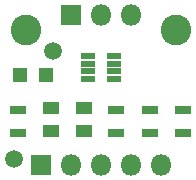
<source format=gts>
G04 #@! TF.GenerationSoftware,KiCad,Pcbnew,(5.0.0-rc2-dev-444-g2974a2c10)*
G04 #@! TF.CreationDate,2019-08-03T11:43:22-07:00*
G04 #@! TF.ProjectId,AD5245_breakout,4144353234355F627265616B6F75742E,v01*
G04 #@! TF.SameCoordinates,Original*
G04 #@! TF.FileFunction,Soldermask,Top*
G04 #@! TF.FilePolarity,Negative*
%FSLAX46Y46*%
G04 Gerber Fmt 4.6, Leading zero omitted, Abs format (unit mm)*
G04 Created by KiCad (PCBNEW (5.0.0-rc2-dev-444-g2974a2c10)) date 08/03/19 11:43:22*
%MOMM*%
%LPD*%
G01*
G04 APERTURE LIST*
%ADD10C,1.500000*%
%ADD11C,2.601600*%
%ADD12R,1.351600X1.101600*%
%ADD13R,1.401600X0.801600*%
%ADD14R,1.301600X1.301600*%
%ADD15R,1.161600X0.501600*%
%ADD16O,1.801600X1.801600*%
%ADD17R,1.801600X1.801600*%
G04 APERTURE END LIST*
D10*
X111506000Y-72898000D03*
D11*
X109220000Y-71120000D03*
D12*
X114131000Y-77676450D03*
X114131000Y-79676450D03*
X111373000Y-79676450D03*
X111373000Y-77676450D03*
D13*
X116919000Y-79826450D03*
X116919000Y-77926450D03*
X108585000Y-79826450D03*
X108585000Y-77926450D03*
D14*
X110955000Y-74930000D03*
X108755000Y-74930000D03*
D13*
X119737000Y-77926450D03*
X119737000Y-79826450D03*
X122555000Y-77926450D03*
X122555000Y-79826450D03*
D15*
X116670000Y-73315000D03*
X116670000Y-73965000D03*
X116670000Y-74625000D03*
X116670000Y-75275000D03*
X114470000Y-75275000D03*
X114470000Y-74625000D03*
X114470000Y-73965000D03*
X114470000Y-73315000D03*
D11*
X121920000Y-71120000D03*
D10*
X108204000Y-82042000D03*
D16*
X120650000Y-82550000D03*
X118110000Y-82550000D03*
X115570000Y-82550000D03*
X113030000Y-82550000D03*
D17*
X110490000Y-82550000D03*
D16*
X118110000Y-69850000D03*
X115570000Y-69850000D03*
D17*
X113030000Y-69850000D03*
M02*

</source>
